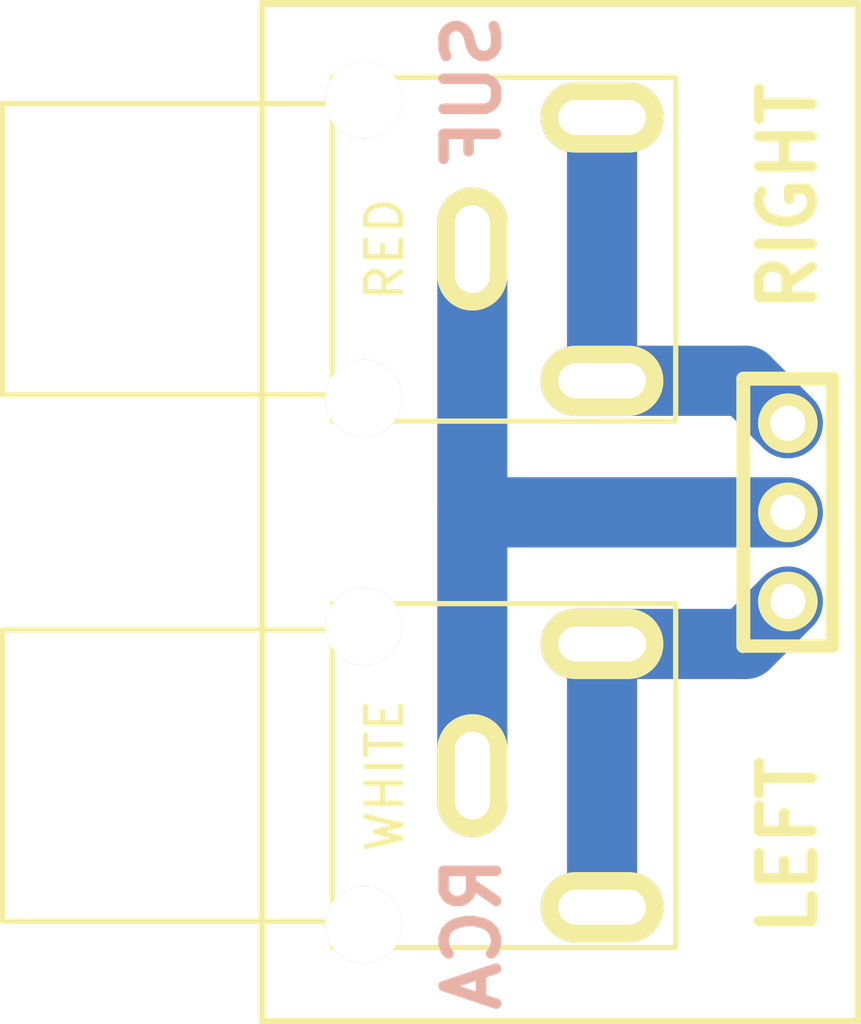
<source format=kicad_pcb>
(kicad_pcb (version 3) (host pcbnew "(2013-07-07 BZR 4022)-stable")

  (general
    (links 0)
    (no_connects 0)
    (area 0 0 0 0)
    (thickness 1.6)
    (drawings 8)
    (tracks 9)
    (zones 0)
    (modules 3)
    (nets 1)
  )

  (page A3)
  (layers
    (15 F.Cu signal)
    (0 B.Cu signal)
    (16 B.Adhes user)
    (17 F.Adhes user)
    (18 B.Paste user)
    (19 F.Paste user)
    (20 B.SilkS user)
    (21 F.SilkS user)
    (22 B.Mask user)
    (23 F.Mask user)
    (24 Dwgs.User user)
    (25 Cmts.User user)
    (26 Eco1.User user)
    (27 Eco2.User user)
    (28 Edge.Cuts user)
  )

  (setup
    (last_trace_width 2)
    (user_trace_width 0.5)
    (user_trace_width 1)
    (user_trace_width 1.5)
    (user_trace_width 2)
    (trace_clearance 0.254)
    (zone_clearance 0.508)
    (zone_45_only no)
    (trace_min 0.254)
    (segment_width 0.2)
    (edge_width 0.1)
    (via_size 0.889)
    (via_drill 0.635)
    (via_min_size 0.889)
    (via_min_drill 0.508)
    (uvia_size 0.508)
    (uvia_drill 0.127)
    (uvias_allowed no)
    (uvia_min_size 0.508)
    (uvia_min_drill 0.127)
    (pcb_text_width 0.3)
    (pcb_text_size 1.5 1.5)
    (mod_edge_width 0.15)
    (mod_text_size 1 1)
    (mod_text_width 0.15)
    (pad_size 3.5 2)
    (pad_drill 2.5)
    (pad_to_mask_clearance 0)
    (aux_axis_origin 0 0)
    (visible_elements FFFFFFBF)
    (pcbplotparams
      (layerselection 3178497)
      (usegerberextensions true)
      (excludeedgelayer true)
      (linewidth 0.150000)
      (plotframeref false)
      (viasonmask false)
      (mode 1)
      (useauxorigin false)
      (hpglpennumber 1)
      (hpglpenspeed 20)
      (hpglpendiameter 15)
      (hpglpenoverlay 2)
      (psnegative false)
      (psa4output false)
      (plotreference true)
      (plotvalue true)
      (plotothertext true)
      (plotinvisibletext false)
      (padsonsilk false)
      (subtractmaskfromsilk false)
      (outputformat 1)
      (mirror false)
      (drillshape 1)
      (scaleselection 1)
      (outputdirectory ""))
  )

  (net 0 "")

  (net_class Default "This is the default net class."
    (clearance 0.254)
    (trace_width 0.254)
    (via_dia 0.889)
    (via_drill 0.635)
    (uvia_dia 0.508)
    (uvia_drill 0.127)
    (add_net "")
  )

  (module RCAS-32 (layer F.Cu) (tedit 5419055B) (tstamp 5419BBA2)
    (at 52 57)
    (fp_text reference RCAS-32 (at 5.9 -5.7) (layer F.SilkS) hide
      (effects (font (size 1 1) (thickness 0.15)))
    )
    (fp_text value RED (at 1.5 0 90) (layer F.SilkS)
      (effects (font (size 1 1) (thickness 0.15)))
    )
    (fp_line (start 0 -4.15) (end -9.4 -4.15) (layer F.SilkS) (width 0.15))
    (fp_line (start -9.4 -4.15) (end -9.4 4.15) (layer F.SilkS) (width 0.15))
    (fp_line (start -9.4 4.15) (end 0 4.15) (layer F.SilkS) (width 0.15))
    (fp_line (start 9.8 4.9) (end 9.8 -4.9) (layer F.SilkS) (width 0.15))
    (fp_line (start 9.8 -4.9) (end 0 -4.9) (layer F.SilkS) (width 0.15))
    (fp_line (start 0 -4.9) (end 0 4.9) (layer F.SilkS) (width 0.15))
    (fp_line (start 0 4.9) (end 9.8 4.9) (layer F.SilkS) (width 0.15))
    (pad "" thru_hole circle (at 0.9 -4.25) (size 2.2 2.2) (drill 2.2)
      (layers *.Cu *.Mask F.SilkS)
    )
    (pad "" thru_hole circle (at 0.9 4.25) (size 2.2 2.2) (drill 2.2)
      (layers *.Cu *.Mask F.SilkS)
    )
    (pad 1 thru_hole oval (at 4 0) (size 2 3.5) (drill oval 1 2.5)
      (layers *.Cu *.Mask F.SilkS)
    )
    (pad 2 thru_hole oval (at 7.7 -3.75) (size 3.5 2) (drill oval 2.5 1)
      (layers *.Cu *.Mask F.SilkS)
    )
    (pad 2 thru_hole oval (at 7.7 3.75) (size 3.5 2) (drill oval 2.5 1)
      (layers *.Cu *.Mask F.SilkS)
    )
  )

  (module RCAS-32 (layer F.Cu) (tedit 54190576) (tstamp 5419BBC1)
    (at 52 72)
    (fp_text reference RCAS-32 (at 5.9 -5.7) (layer F.SilkS) hide
      (effects (font (size 1 1) (thickness 0.15)))
    )
    (fp_text value WHITE (at 1.5 0 90) (layer F.SilkS)
      (effects (font (size 1 1) (thickness 0.15)))
    )
    (fp_line (start 0 -4.15) (end -9.4 -4.15) (layer F.SilkS) (width 0.15))
    (fp_line (start -9.4 -4.15) (end -9.4 4.15) (layer F.SilkS) (width 0.15))
    (fp_line (start -9.4 4.15) (end 0 4.15) (layer F.SilkS) (width 0.15))
    (fp_line (start 9.8 4.9) (end 9.8 -4.9) (layer F.SilkS) (width 0.15))
    (fp_line (start 9.8 -4.9) (end 0 -4.9) (layer F.SilkS) (width 0.15))
    (fp_line (start 0 -4.9) (end 0 4.9) (layer F.SilkS) (width 0.15))
    (fp_line (start 0 4.9) (end 9.8 4.9) (layer F.SilkS) (width 0.15))
    (pad "" thru_hole circle (at 0.9 -4.25) (size 2.2 2.2) (drill 2.2)
      (layers *.Cu *.Mask F.SilkS)
    )
    (pad "" thru_hole circle (at 0.9 4.25) (size 2.2 2.2) (drill 2.2)
      (layers *.Cu *.Mask F.SilkS)
    )
    (pad 1 thru_hole oval (at 4 0) (size 2 3.5) (drill oval 1 2.5)
      (layers *.Cu *.Mask F.SilkS)
    )
    (pad 2 thru_hole oval (at 7.7 -3.75) (size 3.5 2) (drill oval 2.5 1)
      (layers *.Cu *.Mask F.SilkS)
    )
    (pad 2 thru_hole oval (at 7.7 3.75) (size 3.5 2) (drill oval 2.5 1)
      (layers *.Cu *.Mask F.SilkS)
    )
  )

  (module HDR-3 (layer F.Cu) (tedit 5419051F) (tstamp 541A1099)
    (at 65 64.5 90)
    (path HDR-5)
    (fp_text reference HDR-3 (at 0 -2.54 90) (layer F.SilkS) hide
      (effects (font (size 1.524 1.524) (thickness 0.3048)))
    )
    (fp_text value VAL** (at 0 2.54 90) (layer F.SilkS) hide
      (effects (font (size 1.524 1.524) (thickness 0.3048)))
    )
    (fp_line (start -3.81 1.27) (end 3.81 1.27) (layer F.SilkS) (width 0.39878))
    (fp_line (start -3.81 -1.27) (end 3.81 -1.27) (layer F.SilkS) (width 0.39878))
    (fp_line (start 3.81 -1.27) (end 3.81 1.27) (layer F.SilkS) (width 0.39878))
    (fp_line (start -3.81 -1.27) (end -3.81 1.27) (layer F.SilkS) (width 0.381))
    (pad 1 thru_hole circle (at -2.54 0 90) (size 1.69926 1.69926) (drill 1.00076)
      (layers *.Cu *.Mask F.SilkS)
    )
    (pad 2 thru_hole circle (at 0 0 90) (size 1.69926 1.69926) (drill 1.00076)
      (layers *.Cu *.Mask F.SilkS)
    )
    (pad 3 thru_hole circle (at 2.54 0 90) (size 1.69926 1.69926) (drill 1.00076)
      (layers *.Cu *.Mask F.SilkS)
    )
  )

  (gr_text RCA (at 56 76.5 90) (layer B.SilkS)
    (effects (font (size 1.5 1.5) (thickness 0.3)) (justify mirror))
  )
  (gr_text SUF (at 56 52.5 90) (layer B.SilkS)
    (effects (font (size 1.5 1.5) (thickness 0.3)) (justify mirror))
  )
  (gr_line (start 67 50) (end 50 50) (angle 90) (layer F.SilkS) (width 0.2))
  (gr_line (start 67 79) (end 67 50) (angle 90) (layer F.SilkS) (width 0.2))
  (gr_line (start 50 79) (end 67 79) (angle 90) (layer F.SilkS) (width 0.2))
  (gr_line (start 50 50) (end 50 79) (angle 90) (layer F.SilkS) (width 0.2))
  (gr_text RIGHT (at 65 55.5 90) (layer F.SilkS)
    (effects (font (size 1.5 1.5) (thickness 0.3)))
  )
  (gr_text LEFT (at 65 74 90) (layer F.SilkS)
    (effects (font (size 1.5 1.5) (thickness 0.3)))
  )

  (segment (start 59.7 60.75) (end 63.79 60.75) (width 2) (layer B.Cu) (net 0) (status 400000))
  (segment (start 63.79 60.75) (end 65 61.96) (width 2) (layer B.Cu) (net 0) (tstamp 541A10B2) (status 800000))
  (segment (start 59.7 68.25) (end 63.79 68.25) (width 2) (layer B.Cu) (net 0) (status 400000))
  (segment (start 63.79 68.25) (end 65 67.04) (width 2) (layer B.Cu) (net 0) (tstamp 541A10AF) (status 800000))
  (segment (start 59.7 68.25) (end 59.7 75.75) (width 2) (layer B.Cu) (net 0) (status C00000))
  (segment (start 59.7 53.25) (end 59.7 60.75) (width 2) (layer B.Cu) (net 0) (status C00000))
  (segment (start 65 64.5) (end 56 64.5) (width 2) (layer B.Cu) (net 0) (status 400000))
  (segment (start 56 57) (end 56 64.5) (width 2) (layer B.Cu) (net 0) (status 400000))
  (segment (start 56 64.5) (end 56 72) (width 2) (layer B.Cu) (net 0) (tstamp 541A10A9) (status 800000))

)

</source>
